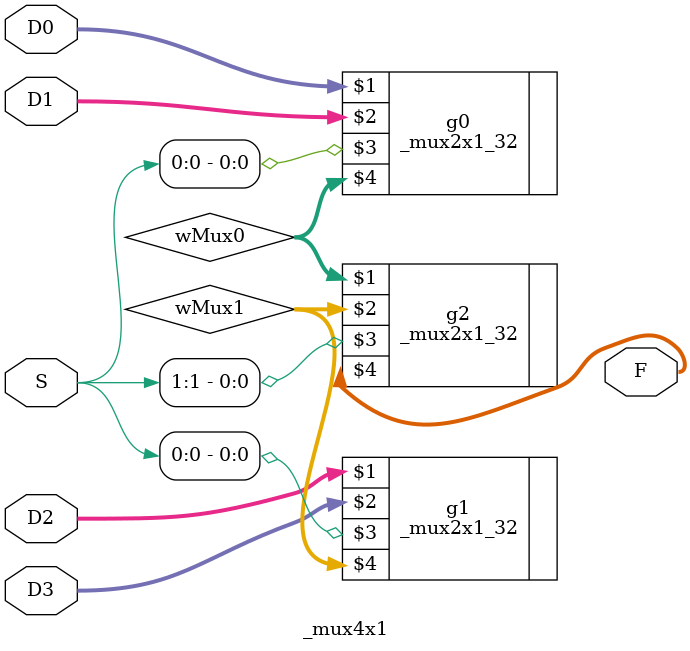
<source format=v>
module _mux4x1(
	input [31:0]D0,
	input [31:0]D1,
	input [31:0]D2,
	input [31:0]D3,
	input [1:0]S,
	output [31:0]F);
	
	wire [31:0]wMux0;
	wire [31:0]wMux1;
	
	_mux2x1_32 g0(D0,D1,S[0],wMux0);
	_mux2x1_32 g1(D2,D3,S[0],wMux1);
	_mux2x1_32 g2(wMux0,wMux1,S[1],F);
	

endmodule
</source>
